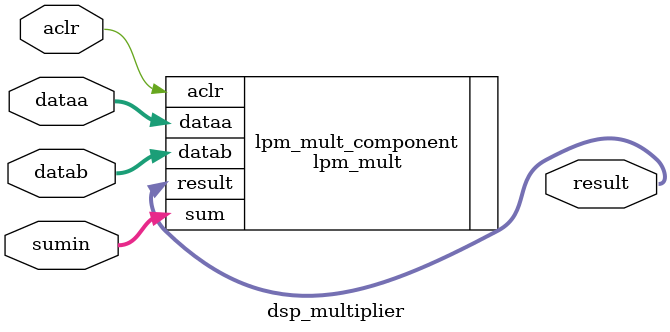
<source format=v>
`timescale 1 ps / 1 ps
module dsp_multiplier (
    dataa,
    datab,
    result,
    sumin,
    //clock, 
    //clken, 
    aclr 
);
    input [7:0] dataa;
    input [7:0] datab;
    input [7:0] sumin;
    //input clken;
    //input clock;
    input aclr;
    output [15:0] result;

/*    input sumin;
    input clock;
    input clken;
    input aclr;  */
    //wire [15:0] sub_wire0;
    //wire [15:0] result = sub_wire0[15:0];
    //wire [15:0] c;
    //wire [15:0] result;
    //assign result = 0;
    lpm_mult lpm_mult_component (
        .dataa (dataa),
        .datab (datab),
        .result (result),
        .aclr (aclr),
	    //.clken (clken),
	    //.clock (clock),
	    .sum (sumin));

    defparam
		lpm_mult_component.lpm_hint = "DEDICATED_MULTIPLIER_CIRCUITRY=YES,MAXIMIZE_SPEED=1",
		lpm_mult_component.lpm_representation = "SIGNED",
		lpm_mult_component.lpm_type = "lpm_mult",
		lpm_mult_component.lpm_widtha = 8,
		lpm_mult_component.lpm_widthb = 8,
		lpm_mult_component.lpm_widths = 8,
		lpm_mult_component.lpm_widthp = 16;

    //assign result = sub_wire0;


endmodule
</source>
